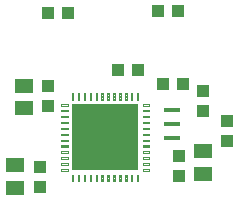
<source format=gbr>
G04 EAGLE Gerber RS-274X export*
G75*
%MOMM*%
%FSLAX34Y34*%
%LPD*%
%INSolderpaste Bottom*%
%IPPOS*%
%AMOC8*
5,1,8,0,0,1.08239X$1,22.5*%
G01*
%ADD10R,1.000000X1.100000*%
%ADD11R,1.500000X1.300000*%
%ADD12C,0.124994*%
%ADD13R,5.699988X5.699988*%
%ADD14R,1.399997X0.400000*%
%ADD15R,1.100000X1.000000*%


D10*
X255659Y172488D03*
X255659Y189488D03*
D11*
X256336Y119038D03*
X256336Y138038D03*
D12*
X204825Y176875D02*
X204825Y178125D01*
X210575Y178125D01*
X210575Y176875D01*
X204825Y176875D01*
X204825Y178062D02*
X210575Y178062D01*
X204825Y173125D02*
X204825Y171875D01*
X204825Y173125D02*
X210575Y173125D01*
X210575Y171875D01*
X204825Y171875D01*
X204825Y173062D02*
X210575Y173062D01*
X204825Y168125D02*
X204825Y166875D01*
X204825Y168125D02*
X210575Y168125D01*
X210575Y166875D01*
X204825Y166875D01*
X204825Y168062D02*
X210575Y168062D01*
X204825Y163125D02*
X204825Y161875D01*
X204825Y163125D02*
X210575Y163125D01*
X210575Y161875D01*
X204825Y161875D01*
X204825Y163062D02*
X210575Y163062D01*
X204825Y158125D02*
X204825Y156875D01*
X204825Y158125D02*
X210575Y158125D01*
X210575Y156875D01*
X204825Y156875D01*
X204825Y158062D02*
X210575Y158062D01*
X204825Y153125D02*
X204825Y151875D01*
X204825Y153125D02*
X210575Y153125D01*
X210575Y151875D01*
X204825Y151875D01*
X204825Y153062D02*
X210575Y153062D01*
X204825Y148125D02*
X204825Y146875D01*
X204825Y148125D02*
X210575Y148125D01*
X210575Y146875D01*
X204825Y146875D01*
X204825Y148062D02*
X210575Y148062D01*
X204825Y143125D02*
X204825Y141875D01*
X204825Y143125D02*
X210575Y143125D01*
X210575Y141875D01*
X204825Y141875D01*
X204825Y143062D02*
X210575Y143062D01*
X204825Y138125D02*
X204825Y136875D01*
X204825Y138125D02*
X210575Y138125D01*
X210575Y136875D01*
X204825Y136875D01*
X204825Y138062D02*
X210575Y138062D01*
X204825Y133125D02*
X204825Y131875D01*
X204825Y133125D02*
X210575Y133125D01*
X210575Y131875D01*
X204825Y131875D01*
X204825Y133062D02*
X210575Y133062D01*
X204825Y128125D02*
X204825Y126875D01*
X204825Y128125D02*
X210575Y128125D01*
X210575Y126875D01*
X204825Y126875D01*
X204825Y128062D02*
X210575Y128062D01*
X204825Y123125D02*
X204825Y121875D01*
X204825Y123125D02*
X210575Y123125D01*
X210575Y121875D01*
X204825Y121875D01*
X204825Y123062D02*
X210575Y123062D01*
X201325Y118375D02*
X200075Y118375D01*
X201325Y118375D02*
X201325Y112625D01*
X200075Y112625D01*
X200075Y118375D01*
X200075Y113812D02*
X201325Y113812D01*
X201325Y114999D02*
X200075Y114999D01*
X200075Y116186D02*
X201325Y116186D01*
X201325Y117373D02*
X200075Y117373D01*
X196325Y118375D02*
X195075Y118375D01*
X196325Y118375D02*
X196325Y112625D01*
X195075Y112625D01*
X195075Y118375D01*
X195075Y113812D02*
X196325Y113812D01*
X196325Y114999D02*
X195075Y114999D01*
X195075Y116186D02*
X196325Y116186D01*
X196325Y117373D02*
X195075Y117373D01*
X191325Y118375D02*
X190075Y118375D01*
X191325Y118375D02*
X191325Y112625D01*
X190075Y112625D01*
X190075Y118375D01*
X190075Y113812D02*
X191325Y113812D01*
X191325Y114999D02*
X190075Y114999D01*
X190075Y116186D02*
X191325Y116186D01*
X191325Y117373D02*
X190075Y117373D01*
X186325Y118375D02*
X185075Y118375D01*
X186325Y118375D02*
X186325Y112625D01*
X185075Y112625D01*
X185075Y118375D01*
X185075Y113812D02*
X186325Y113812D01*
X186325Y114999D02*
X185075Y114999D01*
X185075Y116186D02*
X186325Y116186D01*
X186325Y117373D02*
X185075Y117373D01*
X181325Y118375D02*
X180075Y118375D01*
X181325Y118375D02*
X181325Y112625D01*
X180075Y112625D01*
X180075Y118375D01*
X180075Y113812D02*
X181325Y113812D01*
X181325Y114999D02*
X180075Y114999D01*
X180075Y116186D02*
X181325Y116186D01*
X181325Y117373D02*
X180075Y117373D01*
X176325Y118375D02*
X175075Y118375D01*
X176325Y118375D02*
X176325Y112625D01*
X175075Y112625D01*
X175075Y118375D01*
X175075Y113812D02*
X176325Y113812D01*
X176325Y114999D02*
X175075Y114999D01*
X175075Y116186D02*
X176325Y116186D01*
X176325Y117373D02*
X175075Y117373D01*
X171325Y118375D02*
X170075Y118375D01*
X171325Y118375D02*
X171325Y112625D01*
X170075Y112625D01*
X170075Y118375D01*
X170075Y113812D02*
X171325Y113812D01*
X171325Y114999D02*
X170075Y114999D01*
X170075Y116186D02*
X171325Y116186D01*
X171325Y117373D02*
X170075Y117373D01*
X166325Y118375D02*
X165075Y118375D01*
X166325Y118375D02*
X166325Y112625D01*
X165075Y112625D01*
X165075Y118375D01*
X165075Y113812D02*
X166325Y113812D01*
X166325Y114999D02*
X165075Y114999D01*
X165075Y116186D02*
X166325Y116186D01*
X166325Y117373D02*
X165075Y117373D01*
X161325Y118375D02*
X160075Y118375D01*
X161325Y118375D02*
X161325Y112625D01*
X160075Y112625D01*
X160075Y118375D01*
X160075Y113812D02*
X161325Y113812D01*
X161325Y114999D02*
X160075Y114999D01*
X160075Y116186D02*
X161325Y116186D01*
X161325Y117373D02*
X160075Y117373D01*
X156325Y118375D02*
X155075Y118375D01*
X156325Y118375D02*
X156325Y112625D01*
X155075Y112625D01*
X155075Y118375D01*
X155075Y113812D02*
X156325Y113812D01*
X156325Y114999D02*
X155075Y114999D01*
X155075Y116186D02*
X156325Y116186D01*
X156325Y117373D02*
X155075Y117373D01*
X151325Y118375D02*
X150075Y118375D01*
X151325Y118375D02*
X151325Y112625D01*
X150075Y112625D01*
X150075Y118375D01*
X150075Y113812D02*
X151325Y113812D01*
X151325Y114999D02*
X150075Y114999D01*
X150075Y116186D02*
X151325Y116186D01*
X151325Y117373D02*
X150075Y117373D01*
X146325Y118375D02*
X145075Y118375D01*
X146325Y118375D02*
X146325Y112625D01*
X145075Y112625D01*
X145075Y118375D01*
X145075Y113812D02*
X146325Y113812D01*
X146325Y114999D02*
X145075Y114999D01*
X145075Y116186D02*
X146325Y116186D01*
X146325Y117373D02*
X145075Y117373D01*
X141575Y121875D02*
X141575Y123125D01*
X141575Y121875D02*
X135825Y121875D01*
X135825Y123125D01*
X141575Y123125D01*
X141575Y123062D02*
X135825Y123062D01*
X141575Y126875D02*
X141575Y128125D01*
X141575Y126875D02*
X135825Y126875D01*
X135825Y128125D01*
X141575Y128125D01*
X141575Y128062D02*
X135825Y128062D01*
X141575Y131875D02*
X141575Y133125D01*
X141575Y131875D02*
X135825Y131875D01*
X135825Y133125D01*
X141575Y133125D01*
X141575Y133062D02*
X135825Y133062D01*
X141575Y136875D02*
X141575Y138125D01*
X141575Y136875D02*
X135825Y136875D01*
X135825Y138125D01*
X141575Y138125D01*
X141575Y138062D02*
X135825Y138062D01*
X141575Y141875D02*
X141575Y143125D01*
X141575Y141875D02*
X135825Y141875D01*
X135825Y143125D01*
X141575Y143125D01*
X141575Y143062D02*
X135825Y143062D01*
X141575Y146875D02*
X141575Y148125D01*
X141575Y146875D02*
X135825Y146875D01*
X135825Y148125D01*
X141575Y148125D01*
X141575Y148062D02*
X135825Y148062D01*
X141575Y151875D02*
X141575Y153125D01*
X141575Y151875D02*
X135825Y151875D01*
X135825Y153125D01*
X141575Y153125D01*
X141575Y153062D02*
X135825Y153062D01*
X141575Y156875D02*
X141575Y158125D01*
X141575Y156875D02*
X135825Y156875D01*
X135825Y158125D01*
X141575Y158125D01*
X141575Y158062D02*
X135825Y158062D01*
X141575Y161875D02*
X141575Y163125D01*
X141575Y161875D02*
X135825Y161875D01*
X135825Y163125D01*
X141575Y163125D01*
X141575Y163062D02*
X135825Y163062D01*
X141575Y166875D02*
X141575Y168125D01*
X141575Y166875D02*
X135825Y166875D01*
X135825Y168125D01*
X141575Y168125D01*
X141575Y168062D02*
X135825Y168062D01*
X141575Y171875D02*
X141575Y173125D01*
X141575Y171875D02*
X135825Y171875D01*
X135825Y173125D01*
X141575Y173125D01*
X141575Y173062D02*
X135825Y173062D01*
X141575Y176875D02*
X141575Y178125D01*
X141575Y176875D02*
X135825Y176875D01*
X135825Y178125D01*
X141575Y178125D01*
X141575Y178062D02*
X135825Y178062D01*
X145075Y181625D02*
X146325Y181625D01*
X145075Y181625D02*
X145075Y187375D01*
X146325Y187375D01*
X146325Y181625D01*
X146325Y182812D02*
X145075Y182812D01*
X145075Y183999D02*
X146325Y183999D01*
X146325Y185186D02*
X145075Y185186D01*
X145075Y186373D02*
X146325Y186373D01*
X150075Y181625D02*
X151325Y181625D01*
X150075Y181625D02*
X150075Y187375D01*
X151325Y187375D01*
X151325Y181625D01*
X151325Y182812D02*
X150075Y182812D01*
X150075Y183999D02*
X151325Y183999D01*
X151325Y185186D02*
X150075Y185186D01*
X150075Y186373D02*
X151325Y186373D01*
X155075Y181625D02*
X156325Y181625D01*
X155075Y181625D02*
X155075Y187375D01*
X156325Y187375D01*
X156325Y181625D01*
X156325Y182812D02*
X155075Y182812D01*
X155075Y183999D02*
X156325Y183999D01*
X156325Y185186D02*
X155075Y185186D01*
X155075Y186373D02*
X156325Y186373D01*
X160075Y181625D02*
X161325Y181625D01*
X160075Y181625D02*
X160075Y187375D01*
X161325Y187375D01*
X161325Y181625D01*
X161325Y182812D02*
X160075Y182812D01*
X160075Y183999D02*
X161325Y183999D01*
X161325Y185186D02*
X160075Y185186D01*
X160075Y186373D02*
X161325Y186373D01*
X165075Y181625D02*
X166325Y181625D01*
X165075Y181625D02*
X165075Y187375D01*
X166325Y187375D01*
X166325Y181625D01*
X166325Y182812D02*
X165075Y182812D01*
X165075Y183999D02*
X166325Y183999D01*
X166325Y185186D02*
X165075Y185186D01*
X165075Y186373D02*
X166325Y186373D01*
X170075Y181625D02*
X171325Y181625D01*
X170075Y181625D02*
X170075Y187375D01*
X171325Y187375D01*
X171325Y181625D01*
X171325Y182812D02*
X170075Y182812D01*
X170075Y183999D02*
X171325Y183999D01*
X171325Y185186D02*
X170075Y185186D01*
X170075Y186373D02*
X171325Y186373D01*
X175075Y181625D02*
X176325Y181625D01*
X175075Y181625D02*
X175075Y187375D01*
X176325Y187375D01*
X176325Y181625D01*
X176325Y182812D02*
X175075Y182812D01*
X175075Y183999D02*
X176325Y183999D01*
X176325Y185186D02*
X175075Y185186D01*
X175075Y186373D02*
X176325Y186373D01*
X180075Y181625D02*
X181325Y181625D01*
X180075Y181625D02*
X180075Y187375D01*
X181325Y187375D01*
X181325Y181625D01*
X181325Y182812D02*
X180075Y182812D01*
X180075Y183999D02*
X181325Y183999D01*
X181325Y185186D02*
X180075Y185186D01*
X180075Y186373D02*
X181325Y186373D01*
X185075Y181625D02*
X186325Y181625D01*
X185075Y181625D02*
X185075Y187375D01*
X186325Y187375D01*
X186325Y181625D01*
X186325Y182812D02*
X185075Y182812D01*
X185075Y183999D02*
X186325Y183999D01*
X186325Y185186D02*
X185075Y185186D01*
X185075Y186373D02*
X186325Y186373D01*
X190075Y181625D02*
X191325Y181625D01*
X190075Y181625D02*
X190075Y187375D01*
X191325Y187375D01*
X191325Y181625D01*
X191325Y182812D02*
X190075Y182812D01*
X190075Y183999D02*
X191325Y183999D01*
X191325Y185186D02*
X190075Y185186D01*
X190075Y186373D02*
X191325Y186373D01*
X195075Y181625D02*
X196325Y181625D01*
X195075Y181625D02*
X195075Y187375D01*
X196325Y187375D01*
X196325Y181625D01*
X196325Y182812D02*
X195075Y182812D01*
X195075Y183999D02*
X196325Y183999D01*
X196325Y185186D02*
X195075Y185186D01*
X195075Y186373D02*
X196325Y186373D01*
X200075Y181625D02*
X201325Y181625D01*
X200075Y181625D02*
X200075Y187375D01*
X201325Y187375D01*
X201325Y181625D01*
X201325Y182812D02*
X200075Y182812D01*
X200075Y183999D02*
X201325Y183999D01*
X201325Y185186D02*
X200075Y185186D01*
X200075Y186373D02*
X201325Y186373D01*
D13*
X173200Y150000D03*
D14*
X229774Y173430D03*
X229774Y161430D03*
X229774Y149430D03*
D10*
X217860Y256680D03*
X234860Y256680D03*
D11*
X104112Y193851D03*
X104112Y174851D03*
X96492Y126480D03*
X96492Y107480D03*
D10*
X235684Y117524D03*
X235684Y134524D03*
X124432Y193806D03*
X124432Y176806D03*
X118336Y125226D03*
X118336Y108226D03*
D15*
X201258Y206642D03*
X184258Y206642D03*
X221850Y194958D03*
X238850Y194958D03*
X276578Y164088D03*
X276578Y147088D03*
X141822Y255410D03*
X124822Y255410D03*
M02*

</source>
